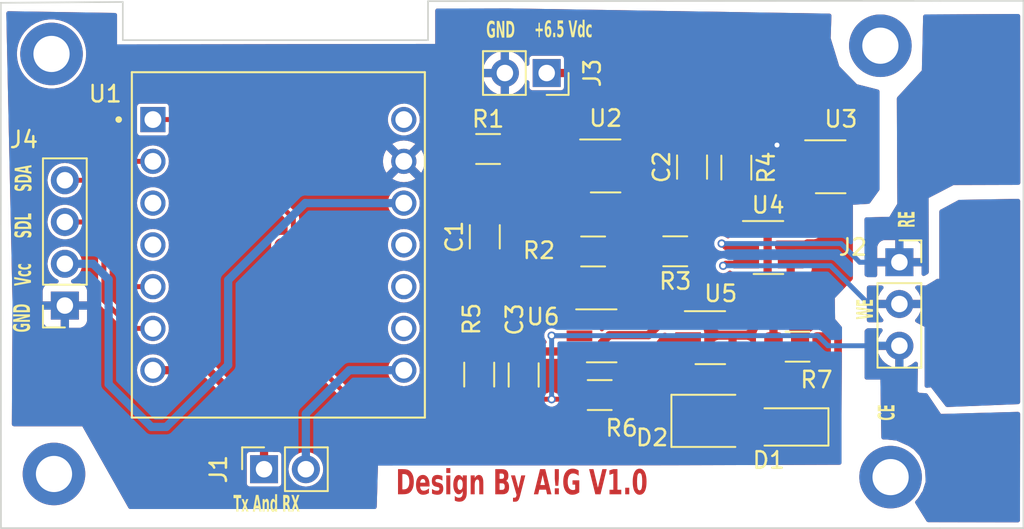
<source format=kicad_pcb>
(kicad_pcb (version 20240108) (generator "pcbnew") (generator_version "8.0")
  (title_block (title "Project made for biomedical.") (rev "Ajay Gautam") (company "A!G Tech"))
  (layers (0 "F.Cu" signal) (31 "B.Cu" signal) (34 "B.Paste" user) (35 "F.Paste" user) (36 "B.SilkS" user "B.Silkscreen") (37 "F.SilkS" user "F.Silkscreen") (38 "B.Mask" user) (39 "F.Mask" user) (44 "Edge.Cuts" user))
  (net 0 "")
  (net 1 "GND")
  (net 2 "Net-(U2-+)")
  (net 3 "Net-(U4-+)")
  (net 4 "Net-(U3--)")
  (net 5 "CE")
  (net 6 "Net-(U5-+)")
  (net 7 "Net-(D1-K)")
  (net 8 "Net-(D1-A)")
  (net 9 "/Analog")
  (net 10 "/Trans")
  (net 11 "/Reci")
  (net 12 "RE")
  (net 13 "WE")
  (net 14 "/+6.5V")
  (net 15 "POWER 3.3V")
  (net 16 "SDL D5")
  (net 17 "SDA D4")
  (net 18 "/Digital")
  (net 19 "Net-(U2--)")
  (footprint "MountingHole:MountingHole_2.2mm_M2_ISO14580_Pad" (layer "F.Cu") (at 127.74 110.32)
    (property "Reference" "REF**" (hide yes))
    (property "Value" "MountingHole_2.2mm_M2_ISO14580_Pad" (hide yes))
    (pad "1" thru_hole circle (at 0 0) (size 3.8 3.8) (drill 2.2) (layers "*.Cu" "*.Mask"))
  )
  (footprint "" (layer "F.Cu") (at 128.36 136.55)
    (property "Reference" "" (at 0 0 0) (layer "F.SilkS") (effects (font (size 1.27 1.27))))
    (property "Value" "" (at 0 0 0) (layer "F.SilkS") (effects (font (size 1.27 1.27))))
    (pad "1" thru_hole circle (at 0 0) (size 3.8 3.8) (drill 2.2) (layers "*.Cu" "*.Mask"))
  )
  (footprint "Capacitor_SMD:C_1206_3216Metric" (layer "F.Cu") (at 116.3 117.7 90)
    (property "Reference" "C2" (at 0 -1.85 90) (layer "F.SilkS"))
    (property "Value" "100nf")
    (fp_line (start -0.711252 -0.91) (end 0.711252 -0.91) (stroke (width 0.12)) (layer "F.SilkS"))
    (fp_line (start -0.711252 0.91) (end 0.711252 0.91) (stroke (width 0.12)) (layer "F.SilkS"))
    (pad "1" smd roundrect (at -1.475 0 90) (size 1.15 1.8) (layers "F.Cu" "F.Paste" "F.Mask") (roundrect_rratio 0.2173913043) (net 3 "Net-(U4-+)"))
    (pad "2" smd roundrect (at 1.475 0 90) (size 1.15 1.8) (layers "F.Cu" "F.Paste" "F.Mask") (roundrect_rratio 0.2173913043) (net 4 "Net-(U3--)"))
  )
  (footprint "Resistor_SMD:R_1206_3216Metric" (layer "F.Cu") (at 115.28 122.82 180)
    (property "Reference" "R3" (at 0 -1.82 0) (layer "F.SilkS"))
    (property "Value" "1k")
    (fp_line (start -0.727064 0.91) (end 0.727064 0.91) (stroke (width 0.12)) (layer "F.SilkS"))
    (fp_line (start -0.727064 -0.91) (end 0.727064 -0.91) (stroke (width 0.12)) (layer "F.SilkS"))
    (pad "1" smd roundrect (at -1.4625 0 180) (size 1.125 1.75) (layers "F.Cu" "F.Paste" "F.Mask") (roundrect_rratio 0.2222222222) (net 1 "GND"))
    (pad "2" smd roundrect (at 1.4625 0 180) (size 1.125 1.75) (layers "F.Cu" "F.Paste" "F.Mask") (roundrect_rratio 0.2222222222) (net 4 "Net-(U3--)"))
  )
  (footprint "Capacitor_SMD:C_1206_3216Metric" (layer "F.Cu") (at 103.71 121.94 90)
    (property "Reference" "C1" (at 0 -1.85 90) (layer "F.SilkS"))
    (property "Value" "470nF")
    (fp_line (start -0.711252 -0.91) (end 0.711252 -0.91) (stroke (width 0.12)) (layer "F.SilkS"))
    (fp_line (start -0.711252 0.91) (end 0.711252 0.91) (stroke (width 0.12)) (layer "F.SilkS"))
    (pad "1" smd roundrect (at -1.475 0 90) (size 1.15 1.8) (layers "F.Cu" "F.Paste" "F.Mask") (roundrect_rratio 0.2173913043) (net 1 "GND"))
    (pad "2" smd roundrect (at 1.475 0 90) (size 1.15 1.8) (layers "F.Cu" "F.Paste" "F.Mask") (roundrect_rratio 0.2173913043) (net 2 "Net-(U2-+)"))
  )
  (footprint "Capacitor_SMD:C_1206_3216Metric" (layer "F.Cu") (at 106.07 130.34 90)
    (property "Reference" "C3" (at 3.37 -0.55 90) (layer "F.SilkS"))
    (property "Value" "100nf")
    (fp_line (start -0.711252 -0.91) (end 0.711252 -0.91) (stroke (width 0.12)) (layer "F.SilkS"))
    (fp_line (start -0.711252 0.91) (end 0.711252 0.91) (stroke (width 0.12)) (layer "F.SilkS"))
    (pad "1" smd roundrect (at -1.475 0 90) (size 1.15 1.8) (layers "F.Cu" "F.Paste" "F.Mask") (roundrect_rratio 0.2173913043) (net 5 "CE"))
    (pad "2" smd roundrect (at 1.475 0 90) (size 1.15 1.8) (layers "F.Cu" "F.Paste" "F.Mask") (roundrect_rratio 0.2173913043) (net 6 "Net-(U5-+)"))
  )
  (footprint "" (layer "F.Cu") (at 77.54 136.36)
    (property "Reference" "" (at 0 0 0) (layer "F.SilkS") (effects (font (size 1.27 1.27))))
    (property "Value" "" (at 0 0 0) (layer "F.SilkS") (effects (font (size 1.27 1.27))))
    (pad "1" thru_hole circle (at 0 0) (size 3.8 3.8) (drill 2.2) (layers "*.Cu" "*.Mask"))
  )
  (footprint "Package_TO_SOT_SMD:SOT-23-5_HandSoldering" (layer "F.Cu") (at 124.72 117.68)
    (property "Reference" "U3" (at 0.62 -2.9 0) (layer "F.SilkS"))
    (property "Value" "OPAMP 2")
    (fp_line (start -0.9 1.61) (end 0.9 1.61) (stroke (width 0.12)) (layer "F.SilkS"))
    (fp_line (start 0.9 -1.61) (end -1.55 -1.61) (stroke (width 0.12)) (layer "F.SilkS"))
    (pad "1" smd rect (at -1.35 -0.95) (size 1.56 0.65) (layers "F.Cu" "F.Paste" "F.Mask") (net 1 "GND"))
    (pad "2" smd rect (at -1.35 0) (size 1.56 0.65) (layers "F.Cu" "F.Paste" "F.Mask") (net 4 "Net-(U3--)"))
    (pad "3" smd rect (at -1.35 0.95) (size 1.56 0.65) (layers "F.Cu" "F.Paste" "F.Mask") (net 3 "Net-(U4-+)"))
    (pad "4" smd rect (at 1.35 0.95) (size 1.56 0.65) (layers "F.Cu" "F.Paste" "F.Mask") (net 1 "GND"))
    (pad "5" smd rect (at 1.35 -0.95) (size 1.56 0.65) (layers "F.Cu" "F.Paste" "F.Mask") (net 14 "/+6.5V"))
  )
  (footprint "Package_TO_SOT_SMD:SOT-23-5_HandSoldering" (layer "F.Cu") (at 111.05 117.63)
    (property "Reference" "U2" (at 0 -2.9 0) (layer "F.SilkS"))
    (property "Value" "OPAMP 1")
    (fp_line (start -0.9 1.61) (end 0.9 1.61) (stroke (width 0.12)) (layer "F.SilkS"))
    (fp_line (start 0.9 -1.61) (end -1.55 -1.61) (stroke (width 0.12)) (layer "F.SilkS"))
    (pad "1" smd rect (at -1.35 -0.95) (size 1.56 0.65) (layers "F.Cu" "F.Paste" "F.Mask") (net 2 "Net-(U2-+)"))
    (pad "2" smd rect (at -1.35 0) (size 1.56 0.65) (layers "F.Cu" "F.Paste" "F.Mask") (net 19 "Net-(U2--)"))
    (pad "3" smd rect (at -1.35 0.95) (size 1.56 0.65) (layers "F.Cu" "F.Paste" "F.Mask") (net 19 "Net-(U2--)"))
    (pad "4" smd rect (at 1.35 0.95) (size 1.56 0.65) (layers "F.Cu" "F.Paste" "F.Mask") (net 1 "GND"))
    (pad "5" smd rect (at 1.35 -0.95) (size 1.56 0.65) (layers "F.Cu" "F.Paste" "F.Mask") (net 14 "/+6.5V"))
  )
  (footprint "Resistor_SMD:R_1206_3216Metric" (layer "F.Cu") (at 103.91 116.6)
    (property "Reference" "R1" (at 0 -1.82 0) (layer "F.SilkS"))
    (property "Value" "10k")
    (fp_line (start -0.727064 -0.91) (end 0.727064 -0.91) (stroke (width 0.12)) (layer "F.SilkS"))
    (fp_line (start -0.727064 0.91) (end 0.727064 0.91) (stroke (width 0.12)) (layer "F.SilkS"))
    (pad "1" smd roundrect (at -1.4625 0) (size 1.125 1.75) (layers "F.Cu" "F.Paste" "F.Mask") (roundrect_rratio 0.2222222222) (net 18 "/Digital"))
    (pad "2" smd roundrect (at 1.4625 0) (size 1.125 1.75) (layers "F.Cu" "F.Paste" "F.Mask") (roundrect_rratio 0.2222222222) (net 2 "Net-(U2-+)"))
  )
  (footprint "xiao esp32:MODULE_102010388" (layer "F.Cu") (at 91.17 122.43)
    (property "Reference" "U1" (at -10.52 -9.18 0) (layer "F.SilkS"))
    (property "Value" "Xiao esp32s3")
    (fp_line (start -8.9 -10.5) (end -8.9 10.5) (stroke (width 0.127)) (layer "F.SilkS"))
    (fp_line (start -8.9 10.5) (end 8.9 10.5) (stroke (width 0.127)) (layer "F.SilkS"))
    (fp_line (start 8.9 -10.5) (end -8.9 -10.5) (stroke (width 0.127)) (layer "F.SilkS"))
    (fp_line (start 8.9 10.5) (end 8.9 -10.5) (stroke (width 0.127)) (layer "F.SilkS"))
    (fp_circle (center -9.7 -7.62) (end -9.6 -7.62) (stroke (width 0.2)) (fill none) (layer "F.SilkS"))
    (pad "1" thru_hole rect (at -7.62 -7.62) (size 1.53 1.53) (drill 1.02) (layers "*.Cu" "*.Mask") (net 9 "/Analog"))
    (pad "2" thru_hole circle (at -7.62 -5.08) (size 1.53 1.53) (drill 1.02) (layers "*.Cu" "*.Mask") (net 18 "/Digital"))
    (pad "3" thru_hole circle (at -7.62 -2.54) (size 1.53 1.53) (drill 1.02) (layers "*.Cu" "*.Mask"))
    (pad "4" thru_hole circle (at -7.62 0) (size 1.53 1.53) (drill 1.02) (layers "*.Cu" "*.Mask"))
    (pad "5" thru_hole circle (at -7.62 2.54) (size 1.53 1.53) (drill 1.02) (layers "*.Cu" "*.Mask") (net 17 "SDA D4"))
    (pad "6" thru_hole circle (at -7.62 5.08) (size 1.53 1.53) (drill 1.02) (layers "*.Cu" "*.Mask") (net 16 "SDL D5"))
    (pad "7" thru_hole circle (at -7.62 7.62) (size 1.53 1.53) (drill 1.02) (layers "*.Cu" "*.Mask") (net 10 "/Trans"))
    (pad "8" thru_hole circle (at 7.62 7.62) (size 1.53 1.53) (drill 1.02) (layers "*.Cu" "*.Mask") (net 11 "/Reci"))
    (pad "9" thru_hole circle (at 7.62 5.08) (size 1.53 1.53) (drill 1.02) (layers "*.Cu" "*.Mask"))
    (pad "10" thru_hole circle (at 7.62 2.54) (size 1.53 1.53) (drill 1.02) (layers "*.Cu" "*.Mask"))
    (pad "11" thru_hole circle (at 7.62 0) (size 1.53 1.53) (drill 1.02) (layers "*.Cu" "*.Mask"))
    (pad "12" thru_hole circle (at 7.62 -2.54) (size 1.53 1.53) (drill 1.02) (layers "*.Cu" "*.Mask") (net 15 "POWER 3.3V"))
    (pad "13" thru_hole circle (at 7.62 -5.08) (size 1.53 1.53) (drill 1.02) (layers "*.Cu" "*.Mask") (net 1 "GND"))
    (pad "14" thru_hole circle (at 7.62 -7.62) (size 1.53 1.53) (drill 1.02) (layers "*.Cu" "*.Mask"))
  )
  (footprint "Resistor_SMD:R_1206_3216Metric" (layer "F.Cu") (at 110.69 131.56)
    (property "Reference" "R6" (at 1.33 2.01 0) (layer "F.SilkS"))
    (property "Value" "24k")
    (fp_line (start -0.727064 -0.91) (end 0.727064 -0.91) (stroke (width 0.12)) (layer "F.SilkS"))
    (fp_line (start -0.727064 0.91) (end 0.727064 0.91) (stroke (width 0.12)) (layer "F.SilkS"))
    (pad "1" smd roundrect (at -1.4625 0) (size 1.125 1.75) (layers "F.Cu" "F.Paste" "F.Mask") (roundrect_rratio 0.2222222222) (net 5 "CE"))
    (pad "2" smd roundrect (at 1.4625 0) (size 1.125 1.75) (layers "F.Cu" "F.Paste" "F.Mask") (roundrect_rratio 0.2222222222) (net 1 "GND"))
  )
  (footprint "Resistor_SMD:R_1206_3216Metric" (layer "F.Cu") (at 118.99 117.73 -90)
    (property "Reference" "R4" (at 0 -1.82 90) (layer "F.SilkS"))
    (property "Value" "200ohm")
    (fp_line (start -0.727064 0.91) (end 0.727064 0.91) (stroke (width 0.12)) (layer "F.SilkS"))
    (fp_line (start -0.727064 -0.91) (end 0.727064 -0.91) (stroke (width 0.12)) (layer "F.SilkS"))
    (pad "1" smd roundrect (at -1.4625 0 270) (size 1.125 1.75) (layers "F.Cu" "F.Paste" "F.Mask") (roundrect_rratio 0.2222222222) (net 4 "Net-(U3--)"))
    (pad "2" smd roundrect (at 1.4625 0 270) (size 1.125 1.75) (layers "F.Cu" "F.Paste" "F.Mask") (roundrect_rratio 0.2222222222) (net 3 "Net-(U4-+)"))
  )
  (footprint "Connector_PinSocket_2.54mm:PinSocket_1x03_P2.54mm_Vertical" (layer "F.Cu") (at 128.895 123.485)
    (property "Reference" "J2" (at -2.825 -0.915 0) (layer "F.SilkS"))
    (property "Value" "SENSOR PAD For Electrochemical cell" (hide yes))
    (fp_line (start -1.33 1.27) (end -1.33 6.41) (stroke (width 0.12)) (layer "F.SilkS"))
    (fp_line (start -1.33 1.27) (end 1.33 1.27) (stroke (width 0.12)) (layer "F.SilkS"))
    (fp_line (start -1.33 6.41) (end 1.33 6.41) (stroke (width 0.12)) (layer "F.SilkS"))
    (fp_line (start 0 -1.33) (end 1.33 -1.33) (stroke (width 0.12)) (layer "F.SilkS"))
    (fp_line (start 1.33 -1.33) (end 1.33 0) (stroke (width 0.12)) (layer "F.SilkS"))
    (fp_line (start 1.33 1.27) (end 1.33 6.41) (stroke (width 0.12)) (layer "F.SilkS"))
    (pad "1" thru_hole rect (at 0 0) (size 1.7 1.7) (drill 1) (layers "*.Cu" "*.Mask") (net 12 "RE"))
    (pad "2" thru_hole oval (at 0 2.54) (size 1.7 1.7) (drill 1) (layers "*.Cu" "*.Mask") (net 13 "WE"))
    (pad "3" thru_hole oval (at 0 5.08) (size 1.7 1.7) (drill 1) (layers "*.Cu" "*.Mask") (net 5 "CE"))
  )
  (footprint "Connector_PinSocket_2.54mm:PinSocket_1x02_P2.54mm_Vertical" (layer "F.Cu") (at 90.3 136.07 90)
    (property "Reference" "J1" (at 0 -2.77 90) (layer "F.SilkS"))
    (property "Value" "connector for PC " (hide yes))
    (fp_line (start 1.33 -1.33) (end 1.33 0) (stroke (width 0.12)) (layer "F.SilkS"))
    (fp_line (start 0 -1.33) (end 1.33 -1.33) (stroke (width 0.12)) (layer "F.SilkS"))
    (fp_line (start 1.33 1.27) (end 1.33 3.87) (stroke (width 0.12)) (layer "F.SilkS"))
    (fp_line (start -1.33 1.27) (end 1.33 1.27) (stroke (width 0.12)) (layer "F.SilkS"))
    (fp_line (start -1.33 1.27) (end -1.33 3.87) (stroke (width 0.12)) (layer "F.SilkS"))
    (fp_line (start -1.33 3.87) (end 1.33 3.87) (stroke (width 0.12)) (layer "F.SilkS"))
    (pad "1" thru_hole rect (at 0 0 90) (size 1.7 1.7) (drill 1) (layers "*.Cu" "*.Mask") (net 10 "/Trans"))
    (pad "2" thru_hole oval (at 0 2.54 90) (size 1.7 1.7) (drill 1) (layers "*.Cu" "*.Mask") (net 11 "/Reci"))
  )
  (footprint "" (layer "F.Cu") (at 77.39 110.82)
    (property "Reference" "" (at 0 0 0) (layer "F.SilkS") (effects (font (size 1.27 1.27))))
    (property "Value" "" (at 0 0 0) (layer "F.SilkS") (effects (font (size 1.27 1.27))))
    (pad "1" thru_hole circle (at 0 0) (size 3.8 3.8) (drill 2.2) (layers "*.Cu" "*.Mask"))
  )
  (footprint "Package_TO_SOT_SMD:SOT-23-5_HandSoldering" (layer "F.Cu") (at 120.94 122.59)
    (property "Reference" "U4" (at -0.02 -2.58 0) (layer "F.SilkS"))
    (property "Value" "OPAMP ")
    (fp_line (start -0.9 1.61) (end 0.9 1.61) (stroke (width 0.12)) (layer "F.SilkS"))
    (fp_line (start 0.9 -1.61) (end -1.55 -1.61) (stroke (width 0.12)) (layer "F.SilkS"))
    (pad "1" smd rect (at -1.35 -0.95) (size 1.56 0.65) (layers "F.Cu" "F.Paste" "F.Mask") (net 3 "Net-(U4-+)"))
    (pad "2" smd rect (at -1.35 0) (size 1.56 0.65) (layers "F.Cu" "F.Paste" "F.Mask") (net 12 "RE"))
    (pad "3" smd rect (at -1.35 0.95) (size 1.56 0.65) (layers "F.Cu" "F.Paste" "F.Mask") (net 13 "WE"))
    (pad "4" smd rect (at 1.35 0.95) (size 1.56 0.65) (layers "F.Cu" "F.Paste" "F.Mask") (net 1 "GND"))
    (pad "5" smd rect (at 1.35 -0.95) (size 1.56 0.65) (layers "F.Cu" "F.Paste" "F.Mask") (net 14 "/+6.5V"))
  )
  (footprint "Resistor_SMD:R_1206_3216Metric" (layer "F.Cu") (at 103.37 130.3175 -90)
    (property "Reference" "R5" (at -3.3775 0.46 90) (layer "F.SilkS"))
    (property "Value" "12k")
    (fp_line (start -0.727064 0.91) (end 0.727064 0.91) (stroke (width 0.12)) (layer "F.SilkS"))
    (fp_line (start -0.727064 -0.91) (end 0.727064 -0.91) (stroke (width 0.12)) (layer "F.SilkS"))
    (pad "1" smd roundrect (at -1.4625 0 270) (size 1.125 1.75) (layers "F.Cu" "F.Paste" "F.Mask") (roundrect_rratio 0.2222222222) (net 6 "Net-(U5-+)"))
    (pad "2" smd roundrect (at 1.4625 0 270) (size 1.125 1.75) (layers "F.Cu" "F.Paste" "F.Mask") (roundrect_rratio 0.2222222222) (net 5 "CE"))
  )
  (footprint "Resistor_SMD:R_1206_3216Metric" (layer "F.Cu") (at 110.29 122.83)
    (property "Reference" "R2" (at -3.29 -0.06 0) (layer "F.SilkS"))
    (property "Value" "510ohm")
    (fp_line (start -0.727064 -0.91) (end 0.727064 -0.91) (stroke (width 0.12)) (layer "F.SilkS"))
    (fp_line (start -0.727064 0.91) (end 0.727064 0.91) (stroke (width 0.12)) (layer "F.SilkS"))
    (pad "1" smd roundrect (at -1.4625 0) (size 1.125 1.75) (layers "F.Cu" "F.Paste" "F.Mask") (roundrect_rratio 0.2222222222) (net 19 "Net-(U2--)"))
    (pad "2" smd roundrect (at 1.4625 0) (size 1.125 1.75) (layers "F.Cu" "F.Paste" "F.Mask") (roundrect_rratio 0.2222222222) (net 4 "Net-(U3--)"))
  )
  (footprint "Connector_PinSocket_2.54mm:PinSocket_1x04_P2.54mm_Vertical" (layer "F.Cu") (at 78.2 126.12 180)
    (property "Reference" "J4" (at 2.49 10.09 0) (layer "F.SilkS"))
    (property "Value" "OLED 128*64" (hide yes))
    (fp_line (start 1.33 1.27) (end 1.33 8.95) (stroke (width 0.12)) (layer "F.SilkS"))
    (fp_line (start 1.33 -1.33) (end 1.33 0) (stroke (width 0.12)) (layer "F.SilkS"))
    (fp_line (start 0 -1.33) (end 1.33 -1.33) (stroke (width 0.12)) (layer "F.SilkS"))
    (fp_line (start -1.33 8.95) (end 1.33 8.95) (stroke (width 0.12)) (layer "F.SilkS"))
    (fp_line (start -1.33 1.27) (end 1.33 1.27) (stroke (width 0.12)) (layer "F.SilkS"))
    (fp_line (start -1.33 1.27) (end -1.33 8.95) (stroke (width 0.12)) (layer "F.SilkS"))
    (pad "1" thru_hole rect (at 0 0 180) (size 1.7 1.7) (drill 1) (layers "*.Cu" "*.Mask") (net 1 "GND"))
    (pad "2" thru_hole oval (at 0 2.54 180) (size 1.7 1.7) (drill 1) (layers "*.Cu" "*.Mask") (net 15 "POWER 3.3V"))
    (pad "3" thru_hole oval (at 0 5.08 180) (size 1.7 1.7) (drill 1) (layers "*.Cu" "*.Mask") (net 16 "SDL D5"))
    (pad "4" thru_hole oval (at 0 7.62 180) (size 1.7 1.7) (drill 1) (layers "*.Cu" "*.Mask") (net 17 "SDA D4"))
  )
  (footprint "Package_TO_SOT_SMD:SOT-23-5_HandSoldering" (layer "F.Cu") (at 117.41 128.07)
    (property "Reference" "U5" (at 0.63 -2.68 0) (layer "F.SilkS"))
    (property "Value" "OPAMP 5")
    (fp_line (start -0.9 1.61) (end 0.9 1.61) (stroke (width 0.12)) (layer "F.SilkS"))
    (fp_line (start 0.9 -1.61) (end -1.55 -1.61) (stroke (width 0.12)) (layer "F.SilkS"))
    (pad "1" smd rect (at -1.35 -0.95) (size 1.56 0.65) (layers "F.Cu" "F.Paste" "F.Mask") (net 6 "Net-(U5-+)"))
    (pad "2" smd rect (at -1.35 0) (size 1.56 0.65) (layers "F.Cu" "F.Paste" "F.Mask") (net 9 "/Analog"))
    (pad "3" smd rect (at -1.35 0.95) (size 1.56 0.65) (layers "F.Cu" "F.Paste" "F.Mask") (net 9 "/Analog"))
    (pad "4" smd rect (at 1.35 0.95) (size 1.56 0.65) (layers "F.Cu" "F.Paste" "F.Mask") (net 1 "GND"))
    (pad "5" smd rect (at 1.35 -0.95) (size 1.56 0.65) (layers "F.Cu" "F.Paste" "F.Mask") (net 14 "/+6.5V"))
  )
  (footprint "Connector_PinSocket_2.54mm:PinSocket_1x02_P2.54mm_Vertical" (layer "F.Cu") (at 107.47 111.98 -90)
    (property "Reference" "J3" (at 0 -2.77 90) (layer "F.SilkS"))
    (property "Value" "<^> 6.5V POWER" (hide yes))
    (fp_line (start -1.33 3.87) (end 1.33 3.87) (stroke (width 0.12)) (layer "F.SilkS"))
    (fp_line (start -1.33 1.27) (end -1.33 3.87) (stroke (width 0.12)) (layer "F.SilkS"))
    (fp_line (start -1.33 1.27) (end 1.33 1.27) (stroke (width 0.12)) (layer "F.SilkS"))
    (fp_line (start 1.33 1.27) (end 1.33 3.87) (stroke (width 0.12)) (layer "F.SilkS"))
    (fp_line (start 0 -1.33) (end 1.33 -1.33) (stroke (width 0.12)) (layer "F.SilkS"))
    (fp_line (start 1.33 -1.33) (end 1.33 0) (stroke (width 0.12)) (layer "F.SilkS"))
    (pad "1" thru_hole rect (at 0 0 270) (size 1.7 1.7) (drill 1) (layers "*.Cu" "*.Mask") (net 14 "/+6.5V"))
    (pad "2" thru_hole oval (at 0 2.54 270) (size 1.7 1.7) (drill 1) (layers "*.Cu" "*.Mask") (net 1 "GND"))
  )
  (footprint "LED_SMD:LED_1206_3216Metric" (layer "F.Cu") (at 122.3 133.5 180)
    (property "Reference" "D1" (at 1.34 -2.02 0) (layer "F.SilkS"))
    (property "Value" "LED")
    (fp_line (start 1.6 -1.135) (end -2.285 -1.135) (stroke (width 0.12)) (layer "F.SilkS"))
    (fp_line (start -2.285 1.135) (end 1.6 1.135) (stroke (width 0.12)) (layer "F.SilkS"))
    (fp_line (start -2.285 -1.135) (end -2.285 1.135) (stroke (width 0.12)) (layer "F.SilkS"))
    (pad "1" smd roundrect (at -1.4 0 180) (size 1.25 1.75) (layers "F.Cu" "F.Paste" "F.Mask") (roundrect_rratio 0.2) (net 7 "Net-(D1-K)"))
    (pad "2" smd roundrect (at 1.4 0 180) (size 1.25 1.75) (layers "F.Cu" "F.Paste" "F.Mask") (roundrect_rratio 0.2) (net 8 "Net-(D1-A)"))
  )
  (footprint "Diode_SMD:D_1210_3225Metric" (layer "F.Cu") (at 117.33 133.13)
    (property "Reference" "D2" (at -3.46 1.02 0) (layer "F.SilkS"))
    (property "Value" "5.1V")
    (fp_line (start -2.285 -1.585) (end -2.285 1.585) (stroke (width 0.12)) (layer "F.SilkS"))
    (fp_line (start -2.285 1.585) (end 1.6 1.585) (stroke (width 0.12)) (layer "F.SilkS"))
    (fp_line (start 1.6 -1.585) (end -2.285 -1.585) (stroke (width 0.12)) (layer "F.SilkS"))
    (pad "1" smd roundrect (at -1.4 0) (size 1.25 2.65) (layers "F.Cu" "F.Paste" "F.Mask") (roundrect_rratio 0.2) (net 9 "/Analog"))
    (pad "2" smd roundrect (at 1.4 0) (size 1.25 2.65) (layers "F.Cu" "F.Paste" "F.Mask") (roundrect_rratio 0.2) (net 8 "Net-(D1-A)"))
  )
  (footprint "Package_TO_SOT_SMD:SOT-23-5_HandSoldering" (layer "F.Cu") (at 110.81 127.96)
    (property "Reference" "U6" (at -3.56 -1.16 0) (layer "F.SilkS"))
    (property "Value" "OPAMP 4")
    (fp_line (start -0.9 1.61) (end 0.9 1.61) (stroke (width 0.12)) (layer "F.SilkS"))
    (fp_line (start 0.9 -1.61) (end -1.55 -1.61) (stroke (width 0.12)) (layer "F.SilkS"))
    (pad "1" smd rect (at -1.35 -0.95) (size 1.56 0.65) (layers "F.Cu" "F.Paste" "F.Mask") (net 1 "GND"))
    (pad "2" smd rect (at -1.35 0) (size 1.56 0.65) (layers "F.Cu" "F.Paste" "F.Mask") (net 5 "CE"))
    (pad "3" smd rect (at -1.35 0.95) (size 1.56 0.65) (layers "F.Cu" "F.Paste" "F.Mask") (net 6 "Net-(U5-+)"))
    (pad "4" smd rect (at 1.35 0.95) (size 1.56 0.65) (layers "F.Cu" "F.Paste" "F.Mask") (net 1 "GND"))
    (pad "5" smd rect (at 1.35 -0.95) (size 1.56 0.65) (layers "F.Cu" "F.Paste" "F.Mask") (net 14 "/+6.5V"))
  )
  (footprint "Resistor_SMD:R_1206_3216Metric" (layer "F.Cu") (at 122.71 128.62 180)
    (property "Reference" "R7" (at -1.15 -2.01 0) (layer "F.SilkS"))
    (property "Value" "200k")
    (fp_line (start -0.727064 0.91) (end 0.727064 0.91) (stroke (width 0.12)) (layer "F.SilkS"))
    (fp_line (start -0.727064 -0.91) (end 0.727064 -0.91) (stroke (width 0.12)) (layer "F.SilkS"))
    (pad "1" smd roundrect (at -1.4625 0 180) (size 1.125 1.75) (layers "F.Cu" "F.Paste" "F.Mask") (roundrect_rratio 0.2222222222) (net 7 "Net-(D1-K)"))
    (pad "2" smd roundrect (at 1.4625 0 180) (size 1.125 1.75) (layers "F.Cu" "F.Paste" "F.Mask") (roundrect_rratio 0.2222222222) (net 1 "GND"))
  )
  (gr_line (start 74.31 107.71) (end 81.72 107.66) (stroke (width 0.1)) (layer "Edge.Cuts"))
  (gr_line (start 131.37 107.59) (end 100.26 107.61) (stroke (width 0.1)) (layer "Edge.Cuts"))
  (gr_line (start 100.26 109.98) (end 100.26 107.61) (stroke (width 0.1)) (layer "Edge.Cuts"))
  (gr_line (start 81.72 107.66) (end 81.72 109.98) (stroke (width 0.1)) (layer "Edge.Cuts"))
  (gr_line (start 74.32 139.65) (end 74.31 107.71) (stroke (width 0.1)) (layer "Edge.Cuts"))
  (gr_line (start 81.72 109.98) (end 100.26 109.98) (stroke (width 0.1)) (layer "Edge.Cuts"))
  (gr_line (start 136.43 107.59) (end 136.43 139.65) (stroke (width 0.1)) (layer "Edge.Cuts"))
  (gr_line (start 131.37 107.59) (end 136.43 107.59) (stroke (width 0.1)) (layer "Edge.Cuts"))
  (gr_line (start 131.37 139.65) (end 136.43 139.65) (stroke (width 0.1)) (layer "Edge.Cuts"))
  (gr_line (start 131.37 139.65) (end 74.32 139.65) (stroke (width 0.1)) (layer "Edge.Cuts"))
  (gr_text "Design By A!G V1.0" (at 98.31 137.85 0) (layer "F.Cu") (effects (font (size 1.5 1) (thickness 0.25) (bold yes)) (justify left bottom)))
  (gr_text "RE" (at 129.99 121.39 90) (layer "F.SilkS") (effects (font (size 1 0.5) (thickness 0.125) (bold yes)) (justify left bottom)))
  (gr_text "+6.5 Vdc" (at 106.72 109.97 0) (layer "F.SilkS") (effects (font (size 1 0.5) (thickness 0.125) (bold yes)) (justify left bottom)))
  (gr_text "Vcc" (at 76.31 124.92 90) (layer "F.SilkS") (effects (font (size 1 0.5) (thickness 0.125) (bold yes)) (justify left bottom)))
  (gr_text "SDA" (at 76.34 119.2 90) (layer "F.SilkS") (effects (font (size 1 0.5) (thickness 0.125) (bold yes)) (justify left bottom)))
  (gr_text "GND" (at 76.25 127.75 90) (layer "F.SilkS") (effects (font (size 1 0.5) (thickness 0.125) (bold yes)) (justify left bottom)))
  (gr_text "Tx And RX" (at 88.44 138.82 0) (layer "F.SilkS") (effects (font (size 1 0.5) (thickness 0.125) (bold yes)) (justify left bottom)))
  (gr_text "WE" (at 127.46 126.97 90) (layer "F.SilkS") (effects (font (size 1 0.5) (thickness 0.125) (bold yes)) (justify left bottom)))
  (gr_text "SDL" (at 76.33 122.03 90) (layer "F.SilkS") (effects (font (size 1 0.5) (thickness 0.125) (bold yes)) (justify left bottom)))
  (gr_text "CE" (at 128.77 133.12 90) (layer "F.SilkS") (effects (font (size 1 0.5) (thickness 0.125) (bold yes)) (justify left bottom)))
  (gr_text "GND" (at 103.8 110 0) (layer "F.SilkS") (effects (font (size 1 0.5) (thickness 0.125) (bold yes)) (justify left bottom)))
  (via (at 121.46 116.36) (size 0.5) (drill 0.3) (layers "F.Cu" "B.Cu") (net 1))
  (segment (start 109.7 116.68) (end 105.4525 116.68) (width 0.3) (layer "F.Cu") (net 2))
  (segment (start 105.4525 116.68) (end 105.3725 116.6) (width 0.3) (layer "F.Cu") (net 2))
  (segment (start 105.21 118.62) (end 105.3725 118.4575) (width 0.3) (layer "F.Cu") (net 2))
  (segment (start 104.35 118.62) (end 105.21 118.62) (width 0.3) (layer "F.Cu") (net 2))
  (segment (start 103.71 119.26) (end 104.35 118.62) (width 0.3) (layer "F.Cu") (net 2))
  (segment (start 103.71 120.465) (end 103.71 119.26) (width 0.3) (layer "F.Cu") (net 2))
  (segment (start 105.3725 118.4575) (end 105.3725 116.6) (width 0.3) (layer "F.Cu") (net 2))
  (segment (start 119.07 120.55) (end 119.07 119.2725) (width 0.3) (layer "F.Cu") (net 3))
  (segment (start 118.9925 119.19) (end 120.26 119.19) (width 0.3) (layer "F.Cu") (net 3))
  (segment (start 119.59 121.07) (end 119.07 120.55) (width 0.3) (layer "F.Cu") (net 3))
  (segment (start 120.82 118.63) (end 123.37 118.63) (width 0.3) (layer "F.Cu") (net 3))
  (segment (start 119.59 121.64) (end 119.59 121.07) (width 0.3) (layer "F.Cu") (net 3))
  (segment (start 120.26 119.19) (end 120.82 118.63) (width 0.3) (layer "F.Cu") (net 3))
  (segment (start 116.3175 119.1925) (end 116.3 119.175) (width 0.3) (layer "F.Cu") (net 3))
  (segment (start 118.99 119.1925) (end 116.3175 119.1925) (width 0.5) (layer "F.Cu") (net 3))
  (segment (start 120.22 116.35) (end 119.0725 116.35) (width 0.3) (layer "F.Cu") (net 4))
  (segment (start 121.02 117.68) (end 120.57 117.23) (width 0.3) (layer "F.Cu") (net 4))
  (segment (start 120.57 116.7) (end 120.22 116.35) (width 0.3) (layer "F.Cu") (net 4))
  (segment (start 123.37 117.68) (end 121.02 117.68) (width 0.3) (layer "F.Cu") (net 4))
  (segment (start 120.57 117.23) (end 120.57 116.7) (width 0.3) (layer "F.Cu") (net 4))
  (segment (start 118.99 116.2675) (end 116.3425 116.2675) (width 0.5) (layer "F.Cu") (net 4))
  (segment (start 116.3425 116.2675) (end 116.3 116.225) (width 0.3) (layer "F.Cu") (net 4))
  (segment (start 106.07 131.815) (end 103.405 131.815) (width 0.5) (layer "F.Cu") (net 5))
  (segment (start 108.9725 131.815) (end 107.77 131.815) (width 0.3) (layer "F.Cu") (net 5))
  (segment (start 109.2275 131.56) (end 108.9725 131.815) (width 0.3) (layer "F.Cu") (net 5))
  (segment (start 107.77 131.815) (end 106.07 131.815) (width 0.3) (layer "F.Cu") (net 5))
  (segment (start 107.78 127.96) (end 107.77 127.95) (width 0.3) (layer "F.Cu") (net 5))
  (segment (start 109.46 127.96) (end 107.78 127.96) (width 0.3) (layer "F.Cu") (net 5))
  (segment (start 103.405 131.815) (end 103.37 131.78) (width 0.5) (layer "F.Cu") (net 5))
  (via (at 107.77 131.815) (size 0.5) (drill 0.3) (layers "F.Cu" "B.Cu") (net 5))
  (via (at 107.77 127.95) (size 0.5) (drill 0.3) (layers "F.Cu" "B.Cu") (net 5))
  (segment (start 107.77 127.95) (end 123.94 127.95) (width 0.3) (layer "B.Cu") (net 5))
  (segment (start 123.94 127.95) (end 124.555 128.565) (width 0.3) (layer "B.Cu") (net 5))
  (segment (start 124.555 128.565) (end 128.895 128.565) (width 0.3) (layer "B.Cu") (net 5))
  (segment (start 107.77 127.95) (end 107.77 131.815) (width 0.3) (layer "B.Cu") (net 5))
  (segment (start 114.45 127.12) (end 116.06 127.12) (width 0.5) (layer "F.Cu") (net 6))
  (segment (start 106.07 128.865) (end 103.38 128.865) (width 0.5) (layer "F.Cu") (net 6))
  (segment (start 110.82 128.38) (end 111.28 127.92) (width 0.5) (layer "F.Cu") (net 6))
  (segment (start 109.46 128.91) (end 110.515 128.91) (width 0.5) (layer "F.Cu") (net 6))
  (segment (start 106.115 128.91) (end 106.07 128.865) (width 0.5) (layer "F.Cu") (net 6))
  (segment (start 109.46 128.91) (end 106.115 128.91) (width 0.5) (layer "F.Cu") (net 6))
  (segment (start 111.28 127.92) (end 113.65 127.92) (width 0.5) (layer "F.Cu") (net 6))
  (segment (start 103.38 128.865) (end 103.37 128.855) (width 0.5) (layer "F.Cu") (net 6))
  (segment (start 110.82 128.605) (end 110.82 128.38) (width 0.5) (layer "F.Cu") (net 6))
  (segment (start 113.65 127.92) (end 114.45 127.12) (width 0.5) (layer "F.Cu") (net 6))
  (segment (start 110.515 128.91) (end 110.82 128.605) (width 0.5) (layer "F.Cu") (net 6))
  (segment (start 124.1725 131.2475) (end 123.7 131.72) (width 0.5) (layer "F.Cu") (net 7))
  (segment (start 124.1725 128.62) (end 124.1725 131.2475) (width 0.5) (layer "F.Cu") (net 7))
  (segment (start 123.7 131.72) (end 123.7 133.5) (width 0.5) (layer "F.Cu") (net 7))
  (segment (start 120.9 133.5) (end 119.1 133.5) (width 0.5) (layer "F.Cu") (net 8))
  (segment (start 119.1 133.5) (end 118.73 133.13) (width 0.5) (layer "F.Cu") (net 8))
  (segment (start 92.78 126.97) (end 92.38 126.97) (width 0.3) (layer "F.Cu") (net 9))
  (segment (start 92.08 124.57) (end 91.38 124.57) (width 0.3) (layer "F.Cu") (net 9))
  (segment (start 91.78 122.17) (end 91.38 122.17) (width 0.3) (layer "F.Cu") (net 9))
  (segment (start 91.38 125.17) (end 92.08 125.17) (width 0.3) (layer "F.Cu") (net 9))
  (segment (start 92.78 123.37) (end 92.08 123.37) (width 0.3) (layer "F.Cu") (net 9))
  (segment (start 86.07 114.81) (end 92.08 120.82) (width 0.3) (layer "F.Cu") (net 9))
  (segment (start 92.08 128.31) (end 97.81 134.04) (width 0.3) (layer "F.Cu") (net 9))
  (segment (start 115.93 129.15) (end 116.06 129.02) (width 0.5) (layer "F.Cu") (net 9))
  (segment (start 91.38 126.37) (end 92.08 126.37) (width 0.3) (layer "F.Cu") (net 9))
  (segment (start 92.08 125.77) (end 91.38 125.77) (width 0.3) (layer "F.Cu") (net 9))
  (segment (start 92.08 126.37) (end 92.78 126.37) (width 0.3) (layer "F.Cu") (net 9))
  (segment (start 92.78 124.57) (end 92.08 124.57) (width 0.3) (layer "F.Cu") (net 9))
  (segment (start 92.08 127.634924) (end 92.08 128.31) (width 0.3) (layer "F.Cu") (net 9))
  (segment (start 92.08 120.82) (end 92.08 121.87) (width 0.3) (layer "F.Cu") (net 9))
  (segment (start 92.78 125.77) (end 92.08 125.77) (width 0.3) (layer "F.Cu") (net 9))
  (segment (start 92.08 123.37) (end 91.38 123.37) (width 0.3) (layer "F.Cu") (net 9))
  (segment (start 92.08 125.17) (end 92.78 125.17) (width 0.3) (layer "F.Cu") (net 9))
  (segment (start 91.78 122.77) (end 92.78 122.77) (width 0.3) (layer "F.Cu") (net 9))
  (segment (start 92.08 123.97) (end 92.78 123.97) (width 0.3) (layer "F.Cu") (net 9))
  (segment (start 91.38 122.77) (end 91.78 122.77) (width 0.3) (layer "F.Cu") (net 9))
  (segment (start 83.55 114.81) (end 86.07 114.81) (width 0.3) (layer "F.Cu") (net 9))
  (segment (start 114.4 133.13) (end 115.93 133.13) (width 0.3) (layer "F.Cu") (net 9))
  (segment (start 91.38 123.97) (end 92.08 123.97) (width 0.3) (layer "F.Cu") (net 9))
  (segment (start 113.49 134.04) (end 114.4 133.13) (width 0.3) (layer "F.Cu") (net 9))
  (segment (start 92.08 127.27) (end 92.08 127.634924) (width 0.3) (layer "F.Cu") (net 9))
  (segment (start 97.81 134.04) (end 113.49 134.04) (width 0.3) (layer "F.Cu") (net 9))
  (arc (start 91.08 124.87) (mid 91.167868 125.082132) (end 91.38 125.17) (width 0.3) (layer "F.Cu") (net 9))
  (arc (start 92.78 123.97) (mid 92.992132 124.057868) (end 93.08 124.27) (width 0.3) (layer "F.Cu") (net 9))
  (arc (start 92.78 126.37) (mid 92.992132 126.457868) (end 93.08 126.67) (width 0.3) (layer "F.Cu") (net 9))
  (arc (start 93.08 125.47) (mid 92.992132 125.682132) (end 92.78 125.77) (width 0.3) (layer "F.Cu") (net 9))
  (arc (start 91.08 126.07) (mid 91.167868 126.282132) (end 91.38 126.37) (width 0.3) (layer "F.Cu") (net 9))
  (arc (start 93.08 124.27) (mid 92.992132 124.482132) (end 92.78 124.57) (width 0.3) (layer "F.Cu") (net 9))
  (arc (start 91.08 122.47) (mid 91.167868 122.682132) (end 91.38 122.77) (width 0.3) (layer "F.Cu") (net 9))
  (arc (start 91.38 123.37) (mid 91.167868 123.457868) (end 91.08 123.67) (width 0.3) (layer "F.Cu") (net 9))
  (arc (start 92.08 121.87) (mid 91.992132 122.082132) (end 91.78 122.17) (width 0.3) (layer "F.Cu") (net 9))
  (arc (start 92.78 122.77) (mid 92.992132 122.857868) (end 93.08 123.07) (width 0.3) (layer "F.Cu") (net 9))
  (arc (start 93.08 123.07) (mid 92.992132 123.282132) (end 92.78 123.37) (width 0.3) (layer "F.Cu") (net 9))
  (arc (start 91.38 122.17) (mid 91.167868 122.257868) (end 91.08 122.47) (width 0.3) (layer "F.Cu") (net 9))
  (arc (start 92.38 126.97) (mid 92.167868 127.057868) (end 92.08 127.27) (width 0.3) (layer "F.Cu") (net 9))
  (arc (start 93.08 126.67) (mid 92.992132 126.882132) (end 92.78 126.97) (width 0.3) (layer "F.Cu") (net 9))
  (arc (start 91.38 124.57) (mid 91.167868 124.657868) (end 91.08 124.87) (width 0.3) (layer "F.Cu") (net 9))
  (arc (start 92.78 125.17) (mid 92.992132 125.257868) (end 93.08 125.47) (width 0.3) (layer "F.Cu") (net 9))
  (arc (start 91.38 125.77) (mid 91.167868 125.857868) (end 91.08 126.07) (width 0.3) (layer "F.Cu") (net 9))
  (arc (start 91.08 123.67) (mid 91.167868 123.882132) (end 91.38 123.97) (width 0.3) (layer "F.Cu") (net 9))
  (segment (start 86.94 130.05) (end 90.3 133.41) (width 0.5) (layer "F.Cu") (net 10))
  (segment (start 83.55 130.05) (end 86.94 130.05) (width 0.5) (layer "F.Cu") (net 10))
  (segment (start 90.3 133.41) (end 90.3 136.07) (width 0.5) (layer "F.Cu") (net 10))
  (segment (start 95.48 130.05) (end 92.84 132.69) (width 0.5) (layer "B.Cu") (net 11))
  (segment (start 98.79 130.05) (end 95.48 130.05) (width 0.5) (layer "B.Cu") (net 11))
  (segment (start 92.84 132.69) (end 92.84 136.07) (width 0.5) (layer "B.Cu") (net 11))
  (segment (start 119.59 122.59) (end 118.34 122.59) (width 0.3) (layer "F.Cu") (net 12))
  (segment (start 118.34 122.59) (end 118.1 122.35) (width 0.3) (layer "F.Cu") (net 12))
  (via (at 118.1 122.35) (size 0.5) (drill 0.3) (layers "F.Cu" "B.Cu") (net 12))
  (segment (start 126.485 123.485) (end 128.895 123.485) (width 0.3) (layer "B.Cu") (net 12))
  (segment (start 125.35 122.35) (end 126.485 123.485) (width 0.3) (layer "B.Cu") (net 12))
  (segment (start 118.1 122.35) (end 125.35 122.35) (width 0.3) (layer "B.Cu") (net 12))
  (segment (start 119.59 123.54) (end 118.35 123.54) (width 0.3) (layer "F.Cu") (net 13))
  (segment (start 118.35 123.54) (end 118.19 123.7) (width 0.3) (layer "F.Cu") (net 13))
  (via (at 118.19 123.7) (size 0.5) (drill 0.3) (layers "F.Cu" "B.Cu") (net 13))
  (segment (start 124.71 123.7) (end 127.035 126.025) (width 0.3) (layer "B.Cu") (net 13))
  (segment (start 127.035 126.025) (end 128.895 126.025) (width 0.3) (layer "B.Cu") (net 13))
  (segment (start 118.19 123.7) (end 124.71 123.7) (width 0.3) (layer "B.Cu") (net 13))
  (segment (start 114.16 125.68) (end 118.95 125.68) (width 0.5) (layer "F.Cu") (net 14))
  (segment (start 110.89 115.21) (end 112.11 115.21) (width 0.5) (layer "F.Cu") (net 14))
  (segment (start 112.16 127.01) (end 113.36 127.01) (width 0.5) (layer "F.Cu") (net 14))
  (segment (start 121.16 121.64) (end 120.89 121.91) (width 0.5) (layer "F.Cu") (net 14))
  (segment (start 118.76 126.49) (end 118.76 127.12) (width 0.5) (layer "F.Cu") (net 14))
  (segment (start 126.07 116.73) (end 125.21 116.73) (width 0.5) (layer "F.Cu") (net 14))
  (segment (start 113.36 127.01) (end 113.86 126.51) (width 0.5) (layer "F.Cu") (net 14))
  (segment (start 118.95 125.68) (end 119.26 125.99) (width 0.5) (layer "F.Cu") (net 14))
  (segment (start 119.26 125.99) (end 118.76 126.49) (width 0.5) (layer "F.Cu") (net 14))
  (segment (start 108.91 111.98) (end 110.4 113.47) (width 0.5) (layer "F.Cu") (net 14))
  (segment (start 123.66 121.64) (end 122.29 121.64) (width 0.5) (layer "F.Cu") (net 14))
  (segment (start 110.4 114.72) (end 110.89 115.21) (width 0.5) (layer "F.Cu") (net 14))
  (segment (start 125.21 116.73) (end 124.72 117.22) (width 0.5) (layer "F.Cu") (net 14))
  (segment (start 120.18 125.99) (end 119.26 125.99) (width 0.5) (layer "F.Cu") (net 14))
  (segment (start 112.4 115.5) (end 112.7 115.2) (width 0.5) (layer "F.Cu") (net 14))
  (segment (start 107.47 111.98) (end 108.91 111.98) (width 0.5) (layer "F.Cu") (net 14))
  (segment (start 124.72 120.58) (end 123.66 121.64) (width 0.5) (layer "F.Cu") (net 14))
  (segment (start 112.11 115.21) (end 112.4 115.5) (width 0.5) (layer "F.Cu") (net 14))
  (segment (start 113.86 126.51) (end 113.86 125.98) (width 0.5) (layer "F.Cu") (net 14))
  (segment (start 122.29 121.64) (end 121.16 121.64) (width 0.5) (layer "F.Cu") (net 14))
  (segment (start 124.72 117.22) (end 124.72 120.58) (width 0.5) (layer "F.Cu") (net 14))
  (segment (start 112.4 115.5) (end 112.4 116.68) (width 0.5) (layer "F.Cu") (net 14))
  (segment (start 125.55 115.2) (end 126.07 115.72) (width 0.5) (layer "F.Cu") (net 14))
  (segment (start 120.89 125.28) (end 120.18 125.99) (width 0.5) (layer "F.Cu") (net 14))
  (segment (start 110.4 113.47) (end 110.4 114.72) (width 0.5) (layer "F.Cu") (net 14))
  (segment (start 120.89 121.91) (end 120.89 125.28) (width 0.5) (layer "F.Cu") (net 14))
  (segment (start 126.07 115.72) (end 126.07 116.73) (width 0.5) (layer "F.Cu") (net 14))
  (segment (start 113.86 125.98) (end 114.16 125.68) (width 0.5) (layer "F.Cu") (net 14))
  (segment (start 112.7 115.2) (end 125.55 115.2) (width 0.5) (layer "F.Cu") (net 14))
  (segment (start 80.86 124.53) (end 79.91 123.58) (width 0.5) (layer "B.Cu") (net 15))
  (segment (start 83.46 133.5) (end 80.86 130.9) (width 0.5) (layer "B.Cu") (net 15))
  (segment (start 92.82 119.89) (end 92.81 119.88) (width 0.5) (layer "B.Cu") (net 15))
  (segment (start 98.79 119.89) (end 92.82 119.89) (width 0.5) (layer "B.Cu") (net 15))
  (segment (start 79.91 123.58) (end 78.2 123.58) (width 0.5) (layer "B.Cu") (net 15))
  (segment (start 88.12 124.57) (end 88.12 129.74) (width 0.5) (layer "B.Cu") (net 15))
  (segment (start 92.81 119.88) (end 88.12 124.57) (width 0.5) (layer "B.Cu") (net 15))
  (segment (start 88.12 129.74) (end 84.36 133.5) (width 0.5) (layer "B.Cu") (net 15))
  (segment (start 84.36 133.5) (end 83.46 133.5) (width 0.5) (layer "B.Cu") (net 15))
  (segment (start 80.86 130.9) (end 80.86 124.53) (width 0.5) (layer "B.Cu") (net 15))
  (segment (start 80.57 125.82) (end 80.57 122.26) (width 0.3) (layer "F.Cu") (net 16))
  (segment (start 83.55 127.51) (end 82.26 127.51) (width 0.3) (layer "F.Cu") (net 16))
  (segment (start 80.57 122.26) (end 79.35 121.04) (width 0.3) (layer "F.Cu") (net 16))
  (segment (start 79.35 121.04) (end 78.2 121.04) (width 0.3) (layer "F.Cu") (net 16))
  (segment (start 82.26 127.51) (end 80.57 125.82) (width 0.3) (layer "F.Cu") (net 16))
  (segment (start 82.43 124.97) (end 81.64 124.18) (width 0.3) (layer "F.Cu") (net 17))
  (segment (start 83.55 124.97) (end 82.43 124.97) (width 0.3) (layer "F.Cu") (net 17))
  (segment (start 79.89 118.5) (end 78.2 118.5) (width 0.3) (layer "F.Cu") (net 17))
  (segment (start 81.64 120.25) (end 79.89 118.5) (width 0.3) (layer "F.Cu") (net 17))
  (segment (start 81.64 124.18) (end 81.64 120.25) (width 0.3) (layer "F.Cu") (net 17))
  (segment (start 87.46 112.36) (end 87.46 111.66) (width 0.3) (layer "F.Cu") (net 18))
  (segment (start 97.66 112.36) (end 97.66 113.06) (width 0.3) (layer "F.Cu") (net 18))
  (segment (start 91.66 111.66) (end 91.66 112.36) (width 0.3) (layer "F.Cu") (net 18))
  (segment (start 97.66 111.66) (end 97.66 112.36) (width 0.3) (layer "F.Cu") (net 18))
  (segment (start 90.46 111.66) (end 90.46 112.36) (width 0.3) (layer "F.Cu") (net 18))
  (segment (start 95.26 111.66) (end 95.26 112.36) (width 0.3) (layer "F.Cu") (net 18))
  (segment (start 86.26 112.36) (end 86.26 111.66) (width 0.3) (layer "F.Cu") (net 18))
  (segment (start 92.86 111.66) (end 92.86 112.36) (width 0.3) (layer "F.Cu") (net 18))
  (segment (start 88.06 112.36) (end 88.06 113.06) (width 0.3) (layer "F.Cu") (net 18))
  (segment (start 85.06 113.06) (end 85.06 112.66) (width 0.3) (layer "F.Cu") (net 18))
  (segment (start 87.46 113.06) (end 87.46 112.36) (width 0.3) (layer "F.Cu") (net 18))
  (segment (start 93.46 113.06) (end 93.46 112.36) (width 0.3) (layer "F.Cu") (net 18))
  (segment (start 82.04 117.35) (end 81.2 116.51) (width 0.3) (layer "F.Cu") (net 18))
  (segment (start 102.4475 113.9175) (end 102.4475 116.6) (width 0.3) (layer "F.Cu") (net 18))
  (segment (start 84.46 112.66) (end 84.46 113.06) (width 0.3) (layer "F.Cu") (net 18))
  (segment (start 89.86 113.06) (end 89.86 112.36) (width 0.3) (layer "F.Cu") (net 18))
  (segment (start 88.66 113.06) (end 88.66 112.36) (width 0.3) (layer "F.Cu") (net 18))
  (segment (start 99.76 112.36) (end 100.301887 112.36) (width 0.3) (layer "F.Cu") (net 18))
  (segment (start 100.89 112.36) (end 102.4475 113.9175) (width 0.3) (layer "F.Cu") (net 18))
  (segment (start 91.06 113.06) (end 91.06 112.36) (width 0.3) (layer "F.Cu") (net 18))
  (segment (start 85.66 111.66) (end 85.66 112.36) (width 0.3) (layer "F.Cu") (net 18))
  (segment (start 97.06 112.36) (end 97.06 111.66) (width 0.3) (layer "F.Cu") (net 18))
  (segment (start 94.06 112.36) (end 94.06 113.06) (width 0.3) (layer "F.Cu") (net 18))
  (segment (start 93.46 112.36) (end 93.46 111.66) (width 0.3) (layer "F.Cu") (net 18))
  (segment (start 96.46 112.36) (end 96.46 113.06) (width 0.3) (layer "F.Cu") (net 18))
  (segment (start 92.26 113.06) (end 92.26 112.36) (width 0.3) (layer "F.Cu") (net 18))
  (segment (start 98.86 111.66) (end 98.86 112.36) (width 0.3) (layer "F.Cu") (net 18))
  (segment (start 95.86 112.36) (end 95.86 111.66) (width 0.3) (layer "F.Cu") (net 18))
  (segment (start 82.54 112.36) (end 84.16 112.36) (width 0.3) (layer "F.Cu") (net 18))
  (segment (start 95.26 112.36) (end 95.26 113.06) (width 0.3) (layer "F.Cu") (net 18))
  (segment (start 91.06 112.36) (end 91.06 111.66) (width 0.3) (layer "F.Cu") (net 18))
  (segment (start 86.86 111.66) (end 86.86 112.36) (width 0.3) (layer "F.Cu") (net 18))
  (segment (start 85.06 112.66) (end 85.06 111.66) (width 0.3) (layer "F.Cu") (net 18))
  (segment (start 94.66 112.36) (end 94.66 111.66) (width 0.3) (layer "F.Cu") (net 18))
  (segment (start 81.2 116.51) (end 81.2 113.7) (width 0.3) (layer "F.Cu") (net 18))
  (segment (start 86.86 112.36) (end 86.86 113.06) (width 0.3) (layer "F.Cu") (net 18))
  (segment (start 94.66 113.06) (end 94.66 112.36) (width 0.3) (layer "F.Cu") (net 18))
  (segment (start 88.66 112.36) (end 88.66 111.66) (width 0.3) (layer "F.Cu") (net 18))
  (segment (start 90.46 112.36) (end 90.46 113.06) (width 0.3) (layer "F.Cu") (net 18))
  (segment (start 97.06 113.06) (end 97.06 112.36) (width 0.3) (layer "F.Cu") (net 18))
  (segment (start 100.301887 112.36) (end 100.89 112.36) (width 0.3) (layer "F.Cu") (net 18))
  (segment (start 99.46 113.06) (end 99.46 112.66) (width 0.3) (layer "F.Cu") (net 18))
  (segment (start 86.26 113.06) (end 86.26 112.36) (width 0.3) (layer "F.Cu") (net 18))
  (segment (start 89.26 112.36) (end 89.26 113.06) (width 0.3) (layer "F.Cu") (net 18))
  (segment (start 98.86 112.36) (end 98.86 113.06) (width 0.3) (layer "F.Cu") (net 18))
  (segment (start 88.06 111.66) (end 88.06 112.36) (width 0.3) (layer "F.Cu") (net 18))
  (segment (start 96.46 111.66) (end 96.46 112.36) (width 0.3) (layer "F.Cu") (net 18))
  (segment (start 89.26 111.66) (end 89.26 112.36) (width 0.3) (layer "F.Cu") (net 18))
  (segment (start 83.55 117.35) (end 82.04 117.35) (width 0.3) (layer "F.Cu") (net 18))
  (segment (start 85.66 112.36) (end 85.66 113.06) (width 0.3) (layer "F.Cu") (net 18))
  (segment (start 94.06 111.66) (end 94.06 112.36) (width 0.3) (layer "F.Cu") (net 18))
  (segment (start 98.26 113.06) (end 98.26 112.36) (width 0.3) (layer "F.Cu") (net 18))
  (segment (start 95.86 113.06) (end 95.86 112.36) (width 0.3) (layer "F.Cu") (net 18))
  (segment (start 91.66 112.36) (end 91.66 113.06) (width 0.3) (layer "F.Cu") (net 18))
  (segment (start 89.86 112.36) (end 89.86 111.66) (width 0.3) (layer "F.Cu") (net 18))
  (segment (start 92.86 112.36) (end 92.86 113.06) (width 0.3) (layer "F.Cu") (net 18))
  (segment (start 81.2 113.7) (end 82.54 112.36) (width 0.3) (layer "F.Cu") (net 18))
  (segment (start 92.26 112.36) (end 92.26 111.66) (width 0.3) (layer "F.Cu") (net 18))
  (segment (start 98.26 112.36) (end 98.26 111.66) (width 0.3) (layer "F.Cu") (net 18))
  (arc (start 96.16 111.36) (mid 96.372132 111.447868) (end 96.46 111.66) (width 0.3) (layer "F.Cu") (net 18))
  (arc (start 94.36 113.36) (mid 94.572132 113.272132) (end 94.66 113.06) (width 0.3) (layer "F.Cu") (net 18))
  (arc (start 84.16 112.36) (mid 84.372132 112.447868) (end 84.46 112.66) (width 0.3) (layer "F.Cu") (net 18))
  (arc (start 87.76 111.36) (mid 87.972132 111.447868) (end 88.06 111.66) (width 0.3) (layer "F.Cu") (net 18))
  (arc (start 97.66 113.06) (mid 97.747868 113.272132) (end 97.96 113.36) (width 0.3) (layer "F.Cu") (net 18))
  (arc (start 97.06 111.66) (mid 97.147868 111.447868) (end 97.36 111.36) (width 0.3) (layer "F.Cu") (net 18))
  (arc (start 87.46 111.66) (mid 87.547868 111.447868) (end 87.76 111.36) (width 0.3) (layer "F.Cu") (net 18))
  (arc (start 98.26 111.66) (mid 98.347868 111.447868) (end 98.56 111.36) (width 0.3) (layer "F.Cu") (net 18))
  (arc (start 95.56 113.36) (mid 95.772132 113.272132) (end 95.86 113.06) (width 0.3) (layer "F.Cu") (net 18))
  (arc (start 91.06 111.66) (mid 91.147868 111.447868) (end 91.36 111.36) (width 0.3) (layer "F.Cu") (net 18))
  (arc (start 88.66 111.66) (mid 88.747868 111.447868) (end 88.96 111.36) (width 0.3) (layer "F.Cu") (net 18))
  (arc (start 85.66 113.06) (mid 85.747868 113.272132) (end 85.96 113.36) (width 0.3) (layer "F.Cu") (net 18))
  (arc (start 96.46 113.06) (mid 96.547868 113.272132) (end 96.76 113.36) (width 0.3) (layer "F.Cu") (net 18))
  (arc (start 91.36 111.36) (mid 91.572132 111.447868) (end 91.66 111.66) (width 0.3) (layer "F.Cu") (net 18))
  (arc (start 90.46 113.06) (mid 90.547868 113.272132) (end 90.76 113.36) (width 0.3) (layer "F.Cu") (net 18))
  (arc (start 98.56 111.36) (mid 98.772132 111.447868) (end 98.86 111.66) (width 0.3) (layer "F.Cu") (net 18))
  (arc (start 96.76 113.36) (mid 96.972132 113.272132) (end 97.06 113.06) (width 0.3) (layer "F.Cu") (net 18))
  (arc (start 91.66 113.06) (mid 91.747868 113.272132) (end 91.96 113.36) (width 0.3) (layer "F.Cu") (net 18))
  (arc (start 92.86 113.06) (mid 92.947868 113.272132) (end 93.16 113.36) (width 0.3) (layer "F.Cu") (net 18))
  (arc (start 94.06 113.06) (mid 94.147868 113.272132) (end 94.36 113.36) (width 0.3) (layer "F.Cu") (net 18))
  (arc (start 94.96 111.36) (mid 95.172132 111.447868) (end 95.26 111.66) (width 0.3) (layer "F.Cu") (net 18))
  (arc (start 94.66 111.66) (mid 94.747868 111.447868) (end 94.96 111.36) (width 0.3) (layer "F.Cu") (net 18))
  (arc (start 97.36 111.36) (mid 97.572132 111.447868) (end 97.66 111.66) (width 0.3) (layer "F.Cu") (net 18))
  (arc (start 85.06 111.66) (mid 85.147868 111.447868) (end 85.36 111.36) (width 0.3) (layer "F.Cu") (net 18))
  (arc (start 90.16 111.36) (mid 90.372132 111.447868) (end 90.46 111.66) (width 0.3) (layer "F.Cu") (net 18))
  (arc (start 86.86 113.06) (mid 86.947868 113.272132) (end 87.16 113.36) (width 0.3) (layer "F.Cu") (net 18))
  (arc (start 85.36 111.36) (mid 85.572132 111.447868) (end 85.66 111.66) (width 0.3) (layer "F.Cu") (net 18))
  (arc (start 93.16 113.36) (mid 93.372132 113.272132) (end 93.46 113.06) (width 0.3) (layer "F.Cu") (net 18))
  (arc (start 98.86 113.06) (mid 98.947868 113.272132) (end 99.16 113.36) (width 0.3) (layer "F.Cu") (net 18))
  (arc (start 99.46 112.66) (mid 99.547868 112.447868) (end 99.76 112.36) (width 0.3) (layer "F.Cu") (net 18))
  (arc (start 99.16 113.36) (mid 99.372132 113.272132) (end 99.46 113.06) (width 0.3) (layer "F.Cu") (net 18))
  (arc (start 89.26 113.06) (mid 89.347868 113.272132) (end 89.56 113.36) (width 0.3) (layer "F.Cu") (net 18))
  (arc (start 89.56 113.36) (mid 89.772132 113.272132) (end 89.86 113.06) (width 0.3) (layer "F.Cu") (net 18))
  (arc (start 95.86 111.66) (mid 95.947868 111.447868) (end 96.16 111.36) (width 0.3) (layer "F.Cu") (net 18))
  (arc (start 87.16 113.36) (mid 87.372132 113.272132) (end 87.46 113.06) (width 0.3) (layer "F.Cu") (net 18))
  (arc (start 88.06 113.06) (mid 88.147868 113.272132) (end 88.36 113.36) (width 0.3) (layer "F.Cu") (net 18))
  (arc (start 84.76 113.36) (mid 84.972132 113.272132) (end 85.06 113.06) (width 0.3) (layer "F.Cu") (net 18))
  (arc (start 86.56 111.36) (mid 86.772132 111.447868) (end 86.86 111.66) (width 0.3) (layer "F.Cu") (net 18))
  (arc (start 93.46 111.66) (mid 93.547868 111.447868) (end 93.76 111.36) (width 0.3) (layer "F.Cu") (net 18))
  (arc (start 97.96 113.36) (mid 98.172132 113.272132) (end 98.26 113.06) (width 0.3) (layer "F.Cu") (net 18))
  (arc (start 85.96 113.36) (mid 86.172132 113.272132) (end 86.26 113.06) (width 0.3) (layer "F.Cu") (net 18))
  (arc (start 92.56 111.36) (mid 92.772132 111.447868) (end 92.86 111.66) (width 0.3) (layer "F.Cu") (net 18))
  (arc (start 91.96 113.36) (mid 92.172132 113.272132) (end 92.26 113.06) (width 0.3) (layer "F.Cu") (net 18))
  (arc (start 93.76 111.36) (mid 93.972132 111.447868) (end 94.06 111.66) (width 0.3) (layer "F.Cu") (net 18))
  (arc (start 92.26 111.66) (mid 92.347868 111.447868) (end 92.56 111.36) (width 0.3) (layer "F.Cu") (net 18))
  (arc (start 86.26 111.66) (mid 86.347868 111.447868) (end 86.56 111.36) (width 0.3) (layer "F.Cu") (net 18))
  (arc (start 89.86 111.66) (mid 89.947868 111.447868) (end 90.16 111.36) (width 0.3) (layer "F.Cu") (net 18))
  (arc (start 88.96 111.36) (mid 89.172132 111.447868) (end 89.26 111.66) (width 0.3) (layer "F.Cu") (net 18))
  (arc (start 84.46 113.06) (mid 84.547868 113.272132) (end 84.76 113.36) (width 0.3) (layer "F.Cu") (net 18))
  (arc (start 88.36 113.36) (mid 88.572132 113.272132) (end 88.66 113.06) (width 0.3) (layer "F.Cu") (net 18))
  (arc (start 95.26 113.06) (mid 95.347868 113.272132) (end 95.56 113.36) (width 0.3) (layer "F.Cu") (net 18))
  (arc (start 90.76 113.36) (mid 90.972132 113.272132) (end 91.06 113.06) (width 0.3) (layer "F.Cu") (net 18))
  (zone (net 4) (net_name "Net-(U3--)") (layer "F.Cu") (priority 7) (connect_pads (clearance 0)) (min_thickness 0.25) (fill yes (thermal_gap 0.5) (thermal_bridge_width 0.5) (island_removal_mode 1) (island_area_min 10))
    (polygon (pts (xy 116.21 115.65) (xy 117.74 115.66) (xy 117.74 116.98) (xy 115.11 116.99) (xy 115.09 119.95) (xy 114.47 120.42) (xy 114.47 121.37) (xy 114.79 121.55) (xy 114.77 124.11) (xy 110.94 124.12) (xy 110.93 121.64) (xy 111.85 120.88) (xy 113.24 120.84) (xy 113.25 119.58) (xy 113.61 118.91) (xy 114.11 118.84) (xy 114.11 116.41) (xy 113.96 115.99) (xy 113.96 115.76) (xy 113.91 115.76) (xy 113.91 115.65)))
  )
  (zone (net 2) (net_name "Net-(U2-+)") (layer "F.Cu") (priority 8) (connect_pads (clearance 0)) (min_thickness 0.25) (fill yes (thermal_gap 0.5) (thermal_bridge_width 0.5) (island_removal_mode 1) (island_area_min 10))
    (polygon (pts (xy 110.77 117.03) (xy 110.97 116.93) (xy 110.97 115.96) (xy 110.91 115.91) (xy 110.85 115.88) (xy 110.79 115.86) (xy 110.73 115.86) (xy 107.96 115.85) (xy 107.59 115.19) (xy 104.43 115.18) (xy 104.27 115.35) (xy 103.87 115.36) (xy 103.85 117.97) (xy 103.09 118.72) (xy 102.26 118.72) (xy 102.27 121.56) (xy 102.72 121.56) (xy 102.72 121.26) (xy 104.79 121.26) (xy 105.58 121.27) (xy 106.91 121.26) (xy 106.89 117.35) (xy 107.46 117.03) (xy 107.9 117.03)))
  )
  (zone (net 9) (net_name "/Analog") (layer "F.Cu") (priority 5) (connect_pads (clearance 0)) (min_thickness 0.25) (fill yes (thermal_gap 0.5) (thermal_bridge_width 0.5) (island_removal_mode 1) (island_area_min 10))
    (polygon (pts (xy 114.56 127.77) (xy 115.05 127.77) (xy 115.12 127.71) (xy 117.09 127.71) (xy 117.08 130.79) (xy 116.98 134.6) (xy 114.8 134.61) (xy 114.82 130.07) (xy 114.07 129.53) (xy 114.07 128.41)))
  )
  (zone (net 19) (net_name "Net-(U2--)") (layer "F.Cu") (priority 4) (connect_pads (clearance 0)) (min_thickness 0.25) (fill yes (thermal_gap 0.5) (thermal_bridge_width 0.5) (island_removal_mode 1) (island_area_min 10))
    (polygon (pts (xy 107.92 117.3) (xy 110.9 117.3) (xy 110.89 121.01) (xy 110.43 121.48) (xy 110.39 124.75) (xy 107.47 124.76) (xy 107.43 117.79)))
  )
  (zone (net 1) (net_name "GND") (layers "F&B.Cu") (priority 3) (connect_pads (clearance 0)) (min_thickness 0.25) (fill yes (thermal_gap 0.5) (thermal_bridge_width 0.5) (island_removal_mode 1) (island_area_min 10))
    (polygon (pts (xy 74.64 108.22) (xy 81.37 108.33) (xy 81.37 110.24) (xy 100.7 110.21) (xy 100.7 108.06) (xy 105.13 108.05) (xy 124.77 108.37) (xy 124.72 109.86) (xy 125.24 111.56) (xy 126.31 112.66) (xy 127.69 113.01) (xy 127.69 119.08) (xy 127.08 119.93) (xy 126.07 119.99) (xy 126.07 124.52) (xy 124.97 125.67) (xy 124.99 126.94) (xy 125.41 127.43) (xy 125.38 132.76) (xy 125.38 135.8) (xy 115.03 135.83) (xy 97.22 135.85) (xy 97.14 138.49) (xy 82.1 138.49) (xy 79.26 133.46) (xy 74.98 133.46) (xy 75.02 125.92)))
  )
  (zone (net 13) (net_name "WE") (layers "F&B.Cu") (priority 1) (connect_pads (clearance 0)) (min_thickness 0.25) (fill yes (thermal_gap 0.5) (thermal_bridge_width 0.5))
    (polygon (pts (xy 126.92 124.9) (xy 130.5 124.9) (xy 130.85 124.7) (xy 131.19 124.49) (xy 131.32 124.49) (xy 131.32 120.33) (xy 132.51 119.69) (xy 136.23 119.63) (xy 136.23 132.11) (xy 131.74 132.29) (xy 130.81 131.09) (xy 130.43 131.14) (xy 130.42 127.41) (xy 129.89 127.13) (xy 126.92 127.14)))
  )
  (zone (net 5) (net_name "CE") (layers "F&B.Cu") (priority 2) (connect_pads (clearance 0)) (min_thickness 0.25) (fill yes (thermal_gap 0.5) (thermal_bridge_width 0.5) (island_removal_mode 1) (island_area_min 10))
    (polygon (pts (xy 126.94 127.5) (xy 129.76 127.49) (xy 130.02 127.91) (xy 130.02 129.15) (xy 130 131.12) (xy 130 131.35) (xy 130.11 131.43) (xy 130.57 131.45) (xy 131.17 132.34) (xy 131.42 132.71) (xy 136.23 132.58) (xy 136.22 139.3) (xy 130.58 139.29) (xy 129.82 138.07) (xy 130.31 137.4) (xy 130.49 136.84) (xy 130.46 136.14) (xy 130.33 135.69) (xy 130.12 135.25) (xy 129.77 134.87) (xy 129.44 134.65) (xy 128.72 134.33) (xy 128.1 134.26) (xy 127.8 134.26) (xy 127.74 130.62) (xy 126.78 130.62) (xy 126.78 127.63)))
  )
  (zone (net 12) (net_name "RE") (layers "F&B.Cu") (connect_pads (clearance 0.5)) (min_thickness 0.25) (fill yes (thermal_gap 0.5) (thermal_bridge_width 0.5))
    (polygon (pts (xy 132.19 118.79) (xy 136.24 118.78) (xy 136.23 108.39) (xy 130.34 108.42) (xy 130.26 111.82) (xy 128.74 113.48) (xy 128.77 119.93) (xy 128.29 120.72) (xy 126.77 120.76) (xy 126.78 124.33) (xy 127.07 124.42) (xy 130.27 124.4) (xy 130.68 124.16) (xy 130.67 119.58)))
  )
)
</source>
